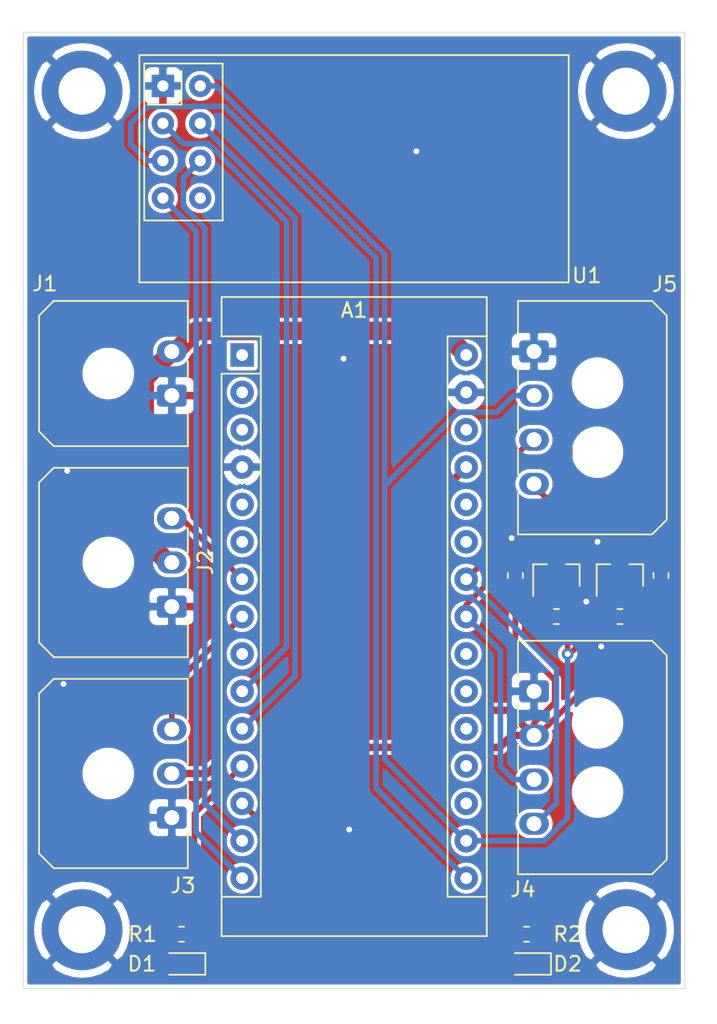
<source format=kicad_pcb>
(kicad_pcb (version 20171130) (host pcbnew "(5.1.5)-3")
  (layers (0 F.Cu signal) (31 B.Cu signal) (34 B.Paste user) (35 F.Paste user) (36 B.SilkS user) (37 F.SilkS user) (38 B.Mask user) (39 F.Mask user) (44 Edge.Cuts user))
  (net 0 "")
  (net 1 +3V3)
  (net 2 GND)
  (net 3 D4)
  (net 4 CE)
  (net 5 CSN)
  (net 6 D9)
  (net 7 D10)
  (net 8 MOSI)
  (net 9 VCC)
  (net 10 MISO)
  (net 11 SCK)
  (net 12 "Net-(D1-Pad2)")
  (net 13 "Net-(D2-Pad2)")
  (net 14 SDA)
  (net 15 D5)
  (net 16 SCL)
  (net 17 +5V)
  (net 18 "Net-(J5-Pad4)")
  (net 19 "Net-(J5-Pad3)")
  (module Module:Arduino_Nano (layer F.Cu) (at 74.89 106.934)
    (fp_text reference A1 (at 7.62 -3.048) (layer F.SilkS))
    (fp_text value Arduino_Nano_v3.x)
    (fp_line (start 1.27 1.27) (end 1.27 -1.27) (layer F.SilkS) (width 0.12))
    (fp_line (start 1.27 -1.27) (end -1.4 -1.27) (layer F.SilkS) (width 0.12))
    (fp_line (start -1.4 1.27) (end -1.4 39.5) (layer F.SilkS) (width 0.12))
    (fp_line (start -1.4 -3.94) (end -1.4 -1.27) (layer F.SilkS) (width 0.12))
    (fp_line (start 13.97 -1.27) (end 16.64 -1.27) (layer F.SilkS) (width 0.12))
    (fp_line (start 13.97 -1.27) (end 13.97 36.83) (layer F.SilkS) (width 0.12))
    (fp_line (start 13.97 36.83) (end 16.64 36.83) (layer F.SilkS) (width 0.12))
    (fp_line (start 1.27 1.27) (end -1.4 1.27) (layer F.SilkS) (width 0.12))
    (fp_line (start 1.27 1.27) (end 1.27 36.83) (layer F.SilkS) (width 0.12))
    (fp_line (start 1.27 36.83) (end -1.4 36.83) (layer F.SilkS) (width 0.12))
    (fp_line (start -1.4 39.5) (end 16.64 39.5) (layer F.SilkS) (width 0.12))
    (fp_line (start 16.64 39.5) (end 16.64 -3.94) (layer F.SilkS) (width 0.12))
    (fp_line (start 16.64 -3.94) (end -1.4 -3.94) (layer F.SilkS) (width 0.12))
    (pad 1 thru_hole rect (at 0 0) (size 1.6 1.6) (drill 0.8) (layers *.Cu *.Mask))
    (pad 17 thru_hole oval (at 15.24 33.02) (size 1.6 1.6) (drill 0.8) (layers *.Cu *.Mask) (net 1 +3V3))
    (pad 2 thru_hole oval (at 0 2.54) (size 1.6 1.6) (drill 0.8) (layers *.Cu *.Mask))
    (pad 18 thru_hole oval (at 15.24 30.48) (size 1.6 1.6) (drill 0.8) (layers *.Cu *.Mask))
    (pad 3 thru_hole oval (at 0 5.08) (size 1.6 1.6) (drill 0.8) (layers *.Cu *.Mask))
    (pad 19 thru_hole oval (at 15.24 27.94) (size 1.6 1.6) (drill 0.8) (layers *.Cu *.Mask))
    (pad 4 thru_hole oval (at 0 7.62) (size 1.6 1.6) (drill 0.8) (layers *.Cu *.Mask) (net 2 GND))
    (pad 20 thru_hole oval (at 15.24 25.4) (size 1.6 1.6) (drill 0.8) (layers *.Cu *.Mask))
    (pad 5 thru_hole oval (at 0 10.16) (size 1.6 1.6) (drill 0.8) (layers *.Cu *.Mask))
    (pad 21 thru_hole oval (at 15.24 22.86) (size 1.6 1.6) (drill 0.8) (layers *.Cu *.Mask))
    (pad 6 thru_hole oval (at 0 12.7) (size 1.6 1.6) (drill 0.8) (layers *.Cu *.Mask))
    (pad 22 thru_hole oval (at 15.24 20.32) (size 1.6 1.6) (drill 0.8) (layers *.Cu *.Mask))
    (pad 7 thru_hole oval (at 0 15.24) (size 1.6 1.6) (drill 0.8) (layers *.Cu *.Mask) (net 3 D4))
    (pad 23 thru_hole oval (at 15.24 17.78) (size 1.6 1.6) (drill 0.8) (layers *.Cu *.Mask) (net 14 SDA))
    (pad 8 thru_hole oval (at 0 17.78) (size 1.6 1.6) (drill 0.8) (layers *.Cu *.Mask) (net 15 D5))
    (pad 24 thru_hole oval (at 15.24 15.24) (size 1.6 1.6) (drill 0.8) (layers *.Cu *.Mask) (net 16 SCL))
    (pad 9 thru_hole oval (at 0 20.32) (size 1.6 1.6) (drill 0.8) (layers *.Cu *.Mask))
    (pad 25 thru_hole oval (at 15.24 12.7) (size 1.6 1.6) (drill 0.8) (layers *.Cu *.Mask))
    (pad 10 thru_hole oval (at 0 22.86) (size 1.6 1.6) (drill 0.8) (layers *.Cu *.Mask) (net 4 CE))
    (pad 26 thru_hole oval (at 15.24 10.16) (size 1.6 1.6) (drill 0.8) (layers *.Cu *.Mask))
    (pad 11 thru_hole oval (at 0 25.4) (size 1.6 1.6) (drill 0.8) (layers *.Cu *.Mask) (net 5 CSN))
    (pad 27 thru_hole oval (at 15.24 7.62) (size 1.6 1.6) (drill 0.8) (layers *.Cu *.Mask) (net 17 +5V))
    (pad 12 thru_hole oval (at 0 27.94) (size 1.6 1.6) (drill 0.8) (layers *.Cu *.Mask) (net 6 D9))
    (pad 28 thru_hole oval (at 15.24 5.08) (size 1.6 1.6) (drill 0.8) (layers *.Cu *.Mask))
    (pad 13 thru_hole oval (at 0 30.48) (size 1.6 1.6) (drill 0.8) (layers *.Cu *.Mask) (net 7 D10))
    (pad 29 thru_hole oval (at 15.24 2.54) (size 1.6 1.6) (drill 0.8) (layers *.Cu *.Mask) (net 2 GND))
    (pad 14 thru_hole oval (at 0 33.02) (size 1.6 1.6) (drill 0.8) (layers *.Cu *.Mask) (net 8 MOSI))
    (pad 30 thru_hole oval (at 15.24 0) (size 1.6 1.6) (drill 0.8) (layers *.Cu *.Mask) (net 9 VCC))
    (pad 15 thru_hole oval (at 0 35.56) (size 1.6 1.6) (drill 0.8) (layers *.Cu *.Mask) (net 10 MISO))
    (pad 16 thru_hole oval (at 15.24 35.56) (size 1.6 1.6) (drill 0.8) (layers *.Cu *.Mask) (net 11 SCK))
  )
  (module LED_SMD:LED_0603_1608Metric_Pad1.05x0.95mm_HandSolder (layer F.Cu) (at 70.726 148.324 180)
    (fp_text reference D1 (at 2.654 0) (layer F.SilkS))
    (fp_text value R-LED)
    (fp_line (start 0.8 -0.735) (end -1.66 -0.735) (layer F.SilkS) (width 0.12))
    (fp_line (start -1.66 -0.735) (end -1.66 0.735) (layer F.SilkS) (width 0.12))
    (fp_line (start -1.66 0.735) (end 0.8 0.735) (layer F.SilkS) (width 0.12))
    (pad 1 smd roundrect (at -0.875 0 180) (size 1.05 0.95) (layers F.Cu F.Paste F.Mask) (net 2 GND))
    (pad 2 smd roundrect (at 0.875 0 180) (size 1.05 0.95) (layers F.Cu F.Paste F.Mask) (net 12 "Net-(D1-Pad2)"))
  )
  (module LED_SMD:LED_0603_1608Metric_Pad1.05x0.95mm_HandSolder (layer F.Cu) (at 94.234 148.324 180)
    (fp_text reference D2 (at -2.794 0) (layer F.SilkS))
    (fp_text value G-LED)
    (fp_line (start -1.66 0.735) (end 0.8 0.735) (layer F.SilkS) (width 0.12))
    (fp_line (start -1.66 -0.735) (end -1.66 0.735) (layer F.SilkS) (width 0.12))
    (fp_line (start 0.8 -0.735) (end -1.66 -0.735) (layer F.SilkS) (width 0.12))
    (pad 2 smd roundrect (at 0.875 0 180) (size 1.05 0.95) (layers F.Cu F.Paste F.Mask) (net 13 "Net-(D2-Pad2)"))
    (pad 1 smd roundrect (at -0.875 0 180) (size 1.05 0.95) (layers F.Cu F.Paste F.Mask) (net 2 GND))
  )
  (module MountingHole:MountingHole_3.2mm_M3_ISO14580_Pad (layer F.Cu) (at 64 146)
    (fp_text reference H1 hide)
    (fp_text value MountingHole_Pad)
    (pad 1 thru_hole circle (at 0 0) (size 5.5 5.5) (drill 3.2) (layers *.Cu *.Mask) (net 2 GND))
  )
  (module MountingHole:MountingHole_3.2mm_M3_ISO14580_Pad (layer F.Cu) (at 64 89)
    (fp_text reference H2 hide)
    (fp_text value MountingHole_Pad)
    (pad 1 thru_hole circle (at 0 0) (size 5.5 5.5) (drill 3.2) (layers *.Cu *.Mask) (net 2 GND))
  )
  (module MountingHole:MountingHole_3.2mm_M3_ISO14580_Pad (layer F.Cu) (at 101 89)
    (fp_text reference H3 hide)
    (fp_text value MountingHole_Pad)
    (pad 1 thru_hole circle (at 0 0) (size 5.5 5.5) (drill 3.2) (layers *.Cu *.Mask) (net 2 GND))
  )
  (module MountingHole:MountingHole_3.2mm_M3_ISO14580_Pad (layer F.Cu) (at 101 146)
    (fp_text reference H4 hide)
    (fp_text value MountingHole_Pad)
    (pad 1 thru_hole circle (at 0 0) (size 5.5 5.5) (drill 3.2) (layers *.Cu *.Mask) (net 2 GND))
  )
  (module Connector_Molex:Molex_Micro-Fit_3.0_43650-0200_1x02_P3.00mm_Horizontal (layer F.Cu) (at 70.104 109.694 90)
    (fp_text reference J1 (at 7.606 -8.636 180) (layer F.SilkS))
    (fp_text value Conn_01x02)
    (fp_line (start -3.435 1.09) (end -3.435 -8.03) (layer F.SilkS) (width 0.12))
    (fp_line (start -3.435 -8.03) (end -2.435 -9.03) (layer F.SilkS) (width 0.12))
    (fp_line (start -2.435 -9.03) (end 5.435 -9.03) (layer F.SilkS) (width 0.12))
    (fp_line (start 5.435 -9.03) (end 6.435 -8.03) (layer F.SilkS) (width 0.12))
    (fp_line (start 6.435 -8.03) (end 6.435 1.09) (layer F.SilkS) (width 0.12))
    (fp_line (start -3.435 1.09) (end -1.01 1.09) (layer F.SilkS) (width 0.12))
    (fp_line (start 6.435 1.09) (end 3.651767 1.09) (layer F.SilkS) (width 0.12))
    (fp_line (start 1.01 1.09) (end 2.348233 1.09) (layer F.SilkS) (width 0.12))
    (pad "" np_thru_hole circle (at 1.5 -4.32 90) (size 3 3) (drill 3) (layers *.Cu *.Mask))
    (pad 1 thru_hole roundrect (at 0 0 90) (size 1.5 2.02) (drill 1.02) (layers *.Cu *.Mask) (roundrect_rratio 0.166667) (net 2 GND))
    (pad 2 thru_hole oval (at 3 0 90) (size 1.5 2.02) (drill 1.02) (layers *.Cu *.Mask) (net 9 VCC))
  )
  (module Resistor_SMD:R_0603_1608Metric_Pad1.05x0.95mm_HandSolder (layer F.Cu) (at 70.771 146.304)
    (fp_text reference R1 (at -2.654 0) (layer F.SilkS))
    (fp_text value "220 ohm")
    (fp_line (start -0.171267 -0.51) (end 0.171267 -0.51) (layer F.SilkS) (width 0.12))
    (fp_line (start -0.171267 0.51) (end 0.171267 0.51) (layer F.SilkS) (width 0.12))
    (pad 1 smd roundrect (at -0.875 0) (size 1.05 0.95) (layers F.Cu F.Paste F.Mask) (net 12 "Net-(D1-Pad2)"))
    (pad 2 smd roundrect (at 0.875 0) (size 1.05 0.95) (layers F.Cu F.Paste F.Mask) (net 6 D9))
  )
  (module RF_Module:nRF24L01_Breakout (layer F.Cu) (at 69.5 88.646)
    (fp_text reference U1 (at 28.829 12.885) (layer F.SilkS))
    (fp_text value NRF24L01_Breakout)
    (fp_line (start -1.27 -1.524) (end 4.064 -1.524) (layer F.SilkS) (width 0.12))
    (fp_line (start 4.064 -1.524) (end 4.064 9.144) (layer F.SilkS) (width 0.12))
    (fp_line (start 4.064 9.144) (end -1.27 9.144) (layer F.SilkS) (width 0.12))
    (fp_line (start -1.27 9.144) (end -1.27 9.144) (layer F.SilkS) (width 0.12))
    (fp_line (start 1.27 -1.016) (end 1.27 1.27) (layer F.SilkS) (width 0.12))
    (fp_line (start 1.27 1.27) (end -1.016 1.27) (layer F.SilkS) (width 0.12))
    (fp_line (start -1.016 1.27) (end -1.016 1.27) (layer F.SilkS) (width 0.12))
    (fp_line (start -1.6 -2.1) (end 27.6 -2.1) (layer F.SilkS) (width 0.12))
    (fp_line (start 27.6 -2.1) (end 27.6 13.35) (layer F.SilkS) (width 0.12))
    (fp_line (start 27.6 13.35) (end -1.6 13.35) (layer F.SilkS) (width 0.12))
    (fp_line (start -1.6 13.35) (end -1.6 -2.1) (layer F.SilkS) (width 0.12))
    (fp_line (start -1.6 -2.1) (end -1.6 -2.1) (layer F.SilkS) (width 0.12))
    (fp_line (start -1.27 9.144) (end -1.27 -1.524) (layer F.SilkS) (width 0.12))
    (fp_line (start -1.27 -1.524) (end -1.27 -1.524) (layer F.SilkS) (width 0.12))
    (pad 1 thru_hole rect (at 0 0) (size 1.524 1.524) (drill 0.762) (layers *.Cu *.Mask) (net 2 GND))
    (pad 2 thru_hole circle (at 2.54 0) (size 1.524 1.524) (drill 0.762) (layers *.Cu *.Mask) (net 1 +3V3))
    (pad 3 thru_hole circle (at 0 2.54) (size 1.524 1.524) (drill 0.762) (layers *.Cu *.Mask) (net 4 CE))
    (pad 4 thru_hole circle (at 2.54 2.54) (size 1.524 1.524) (drill 0.762) (layers *.Cu *.Mask) (net 5 CSN))
    (pad 5 thru_hole circle (at 0 5.08) (size 1.524 1.524) (drill 0.762) (layers *.Cu *.Mask) (net 11 SCK))
    (pad 6 thru_hole circle (at 2.54 5.08) (size 1.524 1.524) (drill 0.762) (layers *.Cu *.Mask) (net 8 MOSI))
    (pad 7 thru_hole circle (at 0 7.62) (size 1.524 1.524) (drill 0.762) (layers *.Cu *.Mask) (net 10 MISO))
    (pad 8 thru_hole circle (at 2.54 7.62) (size 1.524 1.524) (drill 0.762) (layers *.Cu *.Mask))
  )
  (module Resistor_SMD:R_0603_1608Metric_Pad1.05x0.95mm_HandSolder (layer F.Cu) (at 94.234 146.304)
    (fp_text reference R2 (at 2.794 0) (layer F.SilkS))
    (fp_text value "220 ohm")
    (fp_line (start -0.171267 -0.51) (end 0.171267 -0.51) (layer F.SilkS) (width 0.12))
    (fp_line (start -0.171267 0.51) (end 0.171267 0.51) (layer F.SilkS) (width 0.12))
    (pad 1 smd roundrect (at -0.875 0) (size 1.05 0.95) (layers F.Cu F.Paste F.Mask) (net 13 "Net-(D2-Pad2)"))
    (pad 2 smd roundrect (at 0.875 0) (size 1.05 0.95) (layers F.Cu F.Paste F.Mask) (net 7 D10))
  )
  (module Connector_Molex:Molex_Micro-Fit_3.0_43650-0300_1x03_P3.00mm_Horizontal (layer F.Cu) (at 70.104 124.038 90)
    (fp_text reference J2 (at 3 2.286 90) (layer F.SilkS))
    (fp_text value Conn_01x03)
    (fp_line (start -3.435 1.09) (end -3.435 -8.03) (layer F.SilkS) (width 0.12))
    (fp_line (start -3.435 -8.03) (end -2.435 -9.03) (layer F.SilkS) (width 0.12))
    (fp_line (start -2.435 -9.03) (end 8.435 -9.03) (layer F.SilkS) (width 0.12))
    (fp_line (start 8.435 -9.03) (end 9.435 -8.03) (layer F.SilkS) (width 0.12))
    (fp_line (start 9.435 -8.03) (end 9.435 1.09) (layer F.SilkS) (width 0.12))
    (fp_line (start -3.435 1.09) (end -1.01 1.09) (layer F.SilkS) (width 0.12))
    (fp_line (start 9.435 1.09) (end 6.651767 1.09) (layer F.SilkS) (width 0.12))
    (fp_line (start 1.01 1.09) (end 2.348233 1.09) (layer F.SilkS) (width 0.12))
    (fp_line (start 3.651767 1.09) (end 5.348233 1.09) (layer F.SilkS) (width 0.12))
    (pad "" np_thru_hole circle (at 3 -4.32 90) (size 3 3) (drill 3) (layers *.Cu *.Mask))
    (pad 1 thru_hole roundrect (at 0 0 90) (size 1.5 2.02) (drill 1.02) (layers *.Cu *.Mask) (roundrect_rratio 0.166667) (net 2 GND))
    (pad 2 thru_hole oval (at 3 0 90) (size 1.5 2.02) (drill 1.02) (layers *.Cu *.Mask) (net 9 VCC))
    (pad 3 thru_hole oval (at 6 0 90) (size 1.5 2.02) (drill 1.02) (layers *.Cu *.Mask) (net 3 D4))
  )
  (module Connector_Molex:Molex_Micro-Fit_3.0_43650-0300_1x03_P3.00mm_Horizontal (layer F.Cu) (at 70.104 138.382 90)
    (fp_text reference J3 (at -4.62 0.762 180) (layer F.SilkS))
    (fp_text value Conn_01x03)
    (fp_line (start 3.651767 1.09) (end 5.348233 1.09) (layer F.SilkS) (width 0.12))
    (fp_line (start 1.01 1.09) (end 2.348233 1.09) (layer F.SilkS) (width 0.12))
    (fp_line (start 9.435 1.09) (end 6.651767 1.09) (layer F.SilkS) (width 0.12))
    (fp_line (start -3.435 1.09) (end -1.01 1.09) (layer F.SilkS) (width 0.12))
    (fp_line (start 9.435 -8.03) (end 9.435 1.09) (layer F.SilkS) (width 0.12))
    (fp_line (start 8.435 -9.03) (end 9.435 -8.03) (layer F.SilkS) (width 0.12))
    (fp_line (start -2.435 -9.03) (end 8.435 -9.03) (layer F.SilkS) (width 0.12))
    (fp_line (start -3.435 -8.03) (end -2.435 -9.03) (layer F.SilkS) (width 0.12))
    (fp_line (start -3.435 1.09) (end -3.435 -8.03) (layer F.SilkS) (width 0.12))
    (pad 3 thru_hole oval (at 6 0 90) (size 1.5 2.02) (drill 1.02) (layers *.Cu *.Mask) (net 15 D5))
    (pad 2 thru_hole oval (at 3 0 90) (size 1.5 2.02) (drill 1.02) (layers *.Cu *.Mask) (net 17 +5V))
    (pad 1 thru_hole roundrect (at 0 0 90) (size 1.5 2.02) (drill 1.02) (layers *.Cu *.Mask) (roundrect_rratio 0.166667) (net 2 GND))
    (pad "" np_thru_hole circle (at 3 -4.32 90) (size 3 3) (drill 3) (layers *.Cu *.Mask))
  )
  (module Connector_Molex:Molex_Micro-Fit_3.0_43650-0400_1x04_P3.00mm_Horizontal (layer F.Cu) (at 94.742 129.794 270)
    (fp_text reference J4 (at 13.462 0.762 180) (layer F.SilkS))
    (fp_text value Conn_01x04)
    (fp_line (start -3.435 1.09) (end -3.435 -8.03) (layer F.SilkS) (width 0.12))
    (fp_line (start -3.435 -8.03) (end -2.435 -9.03) (layer F.SilkS) (width 0.12))
    (fp_line (start -2.435 -9.03) (end 11.435 -9.03) (layer F.SilkS) (width 0.12))
    (fp_line (start 11.435 -9.03) (end 12.435 -8.03) (layer F.SilkS) (width 0.12))
    (fp_line (start 12.435 -8.03) (end 12.435 1.09) (layer F.SilkS) (width 0.12))
    (fp_line (start -3.435 1.09) (end -1.01 1.09) (layer F.SilkS) (width 0.12))
    (fp_line (start 12.435 1.09) (end 9.651767 1.09) (layer F.SilkS) (width 0.12))
    (fp_line (start 1.01 1.09) (end 2.348233 1.09) (layer F.SilkS) (width 0.12))
    (fp_line (start 3.651767 1.09) (end 5.348233 1.09) (layer F.SilkS) (width 0.12))
    (fp_line (start 6.651767 1.09) (end 8.348233 1.09) (layer F.SilkS) (width 0.12))
    (pad "" np_thru_hole circle (at 2.15 -4.32 270) (size 3 3) (drill 3) (layers *.Cu *.Mask))
    (pad "" np_thru_hole circle (at 6.85 -4.32 270) (size 3 3) (drill 3) (layers *.Cu *.Mask))
    (pad 1 thru_hole roundrect (at 0 0 270) (size 1.5 2.02) (drill 1.02) (layers *.Cu *.Mask) (roundrect_rratio 0.166667) (net 2 GND))
    (pad 2 thru_hole oval (at 3 0 270) (size 1.5 2.02) (drill 1.02) (layers *.Cu *.Mask) (net 17 +5V))
    (pad 3 thru_hole oval (at 6 0 270) (size 1.5 2.02) (drill 1.02) (layers *.Cu *.Mask) (net 14 SDA))
    (pad 4 thru_hole oval (at 9 0 270) (size 1.5 2.02) (drill 1.02) (layers *.Cu *.Mask) (net 16 SCL))
  )
  (module Connector_Molex:Molex_Micro-Fit_3.0_43650-0400_1x04_P3.00mm_Horizontal (layer F.Cu) (at 94.742 106.694 270)
    (fp_text reference J5 (at -4.572 -8.89 180) (layer F.SilkS))
    (fp_text value Conn_01x04)
    (fp_line (start 6.651767 1.09) (end 8.348233 1.09) (layer F.SilkS) (width 0.12))
    (fp_line (start 3.651767 1.09) (end 5.348233 1.09) (layer F.SilkS) (width 0.12))
    (fp_line (start 1.01 1.09) (end 2.348233 1.09) (layer F.SilkS) (width 0.12))
    (fp_line (start 12.435 1.09) (end 9.651767 1.09) (layer F.SilkS) (width 0.12))
    (fp_line (start -3.435 1.09) (end -1.01 1.09) (layer F.SilkS) (width 0.12))
    (fp_line (start 12.435 -8.03) (end 12.435 1.09) (layer F.SilkS) (width 0.12))
    (fp_line (start 11.435 -9.03) (end 12.435 -8.03) (layer F.SilkS) (width 0.12))
    (fp_line (start -2.435 -9.03) (end 11.435 -9.03) (layer F.SilkS) (width 0.12))
    (fp_line (start -3.435 -8.03) (end -2.435 -9.03) (layer F.SilkS) (width 0.12))
    (fp_line (start -3.435 1.09) (end -3.435 -8.03) (layer F.SilkS) (width 0.12))
    (pad 4 thru_hole oval (at 9 0 270) (size 1.5 2.02) (drill 1.02) (layers *.Cu *.Mask) (net 18 "Net-(J5-Pad4)"))
    (pad 3 thru_hole oval (at 6 0 270) (size 1.5 2.02) (drill 1.02) (layers *.Cu *.Mask) (net 19 "Net-(J5-Pad3)"))
    (pad 2 thru_hole oval (at 3 0 270) (size 1.5 2.02) (drill 1.02) (layers *.Cu *.Mask) (net 1 +3V3))
    (pad 1 thru_hole roundrect (at 0 0 270) (size 1.5 2.02) (drill 1.02) (layers *.Cu *.Mask) (roundrect_rratio 0.166667) (net 2 GND))
    (pad "" np_thru_hole circle (at 6.85 -4.32 270) (size 3 3) (drill 3) (layers *.Cu *.Mask))
    (pad "" np_thru_hole circle (at 2.15 -4.32 270) (size 3 3) (drill 3) (layers *.Cu *.Mask))
  )
  (module Package_TO_SOT_SMD:SOT-23 (layer F.Cu) (at 96.266 121.92 90)
    (fp_text reference Q1)
    (fp_text value BSS138)
    (fp_line (start 0.76 1.58) (end 0.76 0.65) (layer F.SilkS) (width 0.12))
    (fp_line (start 0.76 -1.58) (end 0.76 -0.65) (layer F.SilkS) (width 0.12))
    (fp_line (start 0.76 -1.58) (end -1.4 -1.58) (layer F.SilkS) (width 0.12))
    (fp_line (start 0.76 1.58) (end -0.7 1.58) (layer F.SilkS) (width 0.12))
    (pad 1 smd rect (at -1 -0.95 90) (size 0.9 0.8) (layers F.Cu F.Paste F.Mask) (net 1 +3V3))
    (pad 2 smd rect (at -1 0.95 90) (size 0.9 0.8) (layers F.Cu F.Paste F.Mask) (net 19 "Net-(J5-Pad3)"))
    (pad 3 smd rect (at 1 0 90) (size 0.9 0.8) (layers F.Cu F.Paste F.Mask) (net 14 SDA))
  )
  (module Package_TO_SOT_SMD:SOT-23 (layer F.Cu) (at 100.584 121.92 90)
    (fp_text reference Q2)
    (fp_text value BSS138)
    (fp_line (start 0.76 1.58) (end -0.7 1.58) (layer F.SilkS) (width 0.12))
    (fp_line (start 0.76 -1.58) (end -1.4 -1.58) (layer F.SilkS) (width 0.12))
    (fp_line (start 0.76 -1.58) (end 0.76 -0.65) (layer F.SilkS) (width 0.12))
    (fp_line (start 0.76 1.58) (end 0.76 0.65) (layer F.SilkS) (width 0.12))
    (pad 3 smd rect (at 1 0 90) (size 0.9 0.8) (layers F.Cu F.Paste F.Mask) (net 16 SCL))
    (pad 2 smd rect (at -1 0.95 90) (size 0.9 0.8) (layers F.Cu F.Paste F.Mask) (net 18 "Net-(J5-Pad4)"))
    (pad 1 smd rect (at -1 -0.95 90) (size 0.9 0.8) (layers F.Cu F.Paste F.Mask) (net 1 +3V3))
  )
  (module Resistor_SMD:R_0603_1608Metric_Pad1.05x0.95mm_HandSolder (layer F.Cu) (at 93.472 121.92 90)
    (fp_text reference R3)
    (fp_text value "10 kOhm")
    (fp_line (start -0.171267 0.51) (end 0.171267 0.51) (layer F.SilkS) (width 0.12))
    (fp_line (start -0.171267 -0.51) (end 0.171267 -0.51) (layer F.SilkS) (width 0.12))
    (pad 2 smd roundrect (at 0.875 0 90) (size 1.05 0.95) (layers F.Cu F.Paste F.Mask) (net 14 SDA))
    (pad 1 smd roundrect (at -0.875 0 90) (size 1.05 0.95) (layers F.Cu F.Paste F.Mask) (net 17 +5V))
  )
  (module Resistor_SMD:R_0603_1608Metric_Pad1.05x0.95mm_HandSolder (layer F.Cu) (at 103.378 121.92 90)
    (fp_text reference R4)
    (fp_text value "10 kOhm")
    (fp_line (start -0.171267 0.51) (end 0.171267 0.51) (layer F.SilkS) (width 0.12))
    (fp_line (start -0.171267 -0.51) (end 0.171267 -0.51) (layer F.SilkS) (width 0.12))
    (pad 2 smd roundrect (at 0.875 0 90) (size 1.05 0.95) (layers F.Cu F.Paste F.Mask) (net 16 SCL))
    (pad 1 smd roundrect (at -0.875 0 90) (size 1.05 0.95) (layers F.Cu F.Paste F.Mask) (net 17 +5V))
  )
  (module Resistor_SMD:R_0603_1608Metric_Pad1.05x0.95mm_HandSolder (layer F.Cu) (at 96.266 124.714)
    (fp_text reference R5)
    (fp_text value "10 kOhm")
    (fp_line (start -0.171267 -0.51) (end 0.171267 -0.51) (layer F.SilkS) (width 0.12))
    (fp_line (start -0.171267 0.51) (end 0.171267 0.51) (layer F.SilkS) (width 0.12))
    (pad 1 smd roundrect (at -0.875 0) (size 1.05 0.95) (layers F.Cu F.Paste F.Mask) (net 1 +3V3))
    (pad 2 smd roundrect (at 0.875 0) (size 1.05 0.95) (layers F.Cu F.Paste F.Mask) (net 19 "Net-(J5-Pad3)"))
  )
  (module Resistor_SMD:R_0603_1608Metric_Pad1.05x0.95mm_HandSolder (layer F.Cu) (at 100.584 124.714)
    (fp_text reference R6)
    (fp_text value "10 kOhm")
    (fp_line (start -0.171267 -0.51) (end 0.171267 -0.51) (layer F.SilkS) (width 0.12))
    (fp_line (start -0.171267 0.51) (end 0.171267 0.51) (layer F.SilkS) (width 0.12))
    (pad 1 smd roundrect (at -0.875 0) (size 1.05 0.95) (layers F.Cu F.Paste F.Mask) (net 1 +3V3))
    (pad 2 smd roundrect (at 0.875 0) (size 1.05 0.95) (layers F.Cu F.Paste F.Mask) (net 18 "Net-(J5-Pad4)"))
  )
  (gr_line (start 60 85) (end 105 85) (layer Edge.Cuts) (width 0.05))
  (gr_line (start 105 150) (end 105 85) (layer Edge.Cuts) (width 0.05))
  (gr_line (start 60 150) (end 105 150) (layer Edge.Cuts) (width 0.05))
  (gr_line (start 60 85) (end 60 150) (layer Edge.Cuts) (width 0.05))
  (segment (start 84.582 134.406) (end 90.13 139.954) (width 0.381) (layer B.Cu) (net 1))
  (segment (start 72.04 88.646) (end 73.11763 88.646) (width 0.381) (layer B.Cu) (net 1))
  (segment (start 73.11763 88.646) (end 84.582 100.11037) (width 0.381) (layer B.Cu) (net 1))
  (segment (start 89.582501 110.823499) (end 84.582 115.824) (width 0.381) (layer B.Cu) (net 1))
  (segment (start 92.221501 110.823499) (end 89.582501 110.823499) (width 0.381) (layer B.Cu) (net 1))
  (segment (start 93.351 109.694) (end 92.221501 110.823499) (width 0.381) (layer B.Cu) (net 1))
  (segment (start 94.742 109.694) (end 93.351 109.694) (width 0.381) (layer B.Cu) (net 1))
  (segment (start 84.582 100.11037) (end 84.582 115.824) (width 0.381) (layer B.Cu) (net 1))
  (segment (start 84.582 115.824) (end 84.582 134.406) (width 0.381) (layer B.Cu) (net 1))
  (segment (start 95.316 124.639) (end 95.391 124.714) (width 0.381) (layer F.Cu) (net 1))
  (segment (start 95.316 122.92) (end 95.316 124.639) (width 0.381) (layer F.Cu) (net 1))
  (segment (start 99.634 124.639) (end 99.709 124.714) (width 0.381) (layer F.Cu) (net 1))
  (segment (start 99.634 122.92) (end 99.634 124.639) (width 0.381) (layer F.Cu) (net 1))
  (segment (start 95.454924 139.954) (end 97.028 138.380924) (width 0.381) (layer B.Cu) (net 1))
  (segment (start 90.13 139.954) (end 95.454924 139.954) (width 0.381) (layer B.Cu) (net 1))
  (segment (start 97.028 138.380924) (end 97.028 127.254) (width 0.381) (layer B.Cu) (net 1))
  (segment (start 97.028 127.254) (end 97.028 127.254) (width 0.381) (layer B.Cu) (net 1))
  (via (at 97.028 127.254) (size 0.8) (drill 0.4) (layers F.Cu B.Cu) (net 1))
  (segment (start 97.028 126.351) (end 95.391 124.714) (width 0.381) (layer F.Cu) (net 1))
  (segment (start 97.028 127.254) (end 97.028 126.351) (width 0.381) (layer F.Cu) (net 1))
  (segment (start 97.169 127.254) (end 99.709 124.714) (width 0.381) (layer F.Cu) (net 1))
  (segment (start 97.028 127.254) (end 97.169 127.254) (width 0.381) (layer F.Cu) (net 1))
  (via (at 81.788 107.188) (size 0.8) (drill 0.4) (layers F.Cu B.Cu) (net 2))
  (via (at 82.169 139.192) (size 0.8) (drill 0.4) (layers F.Cu B.Cu) (net 2))
  (via (at 86.741 93.091) (size 0.8) (drill 0.4) (layers F.Cu B.Cu) (net 2))
  (via (at 99.06 119.634) (size 0.8) (drill 0.4) (layers F.Cu B.Cu) (net 2))
  (via (at 93.218 119.38) (size 0.8) (drill 0.4) (layers F.Cu B.Cu) (net 2))
  (via (at 99.314 126.746) (size 0.8) (drill 0.4) (layers F.Cu B.Cu) (net 2))
  (via (at 98.298 123.698) (size 0.8) (drill 0.4) (layers F.Cu B.Cu) (net 2))
  (via (at 62.992 114.808) (size 0.8) (drill 0.4) (layers F.Cu B.Cu) (net 2))
  (via (at 62.738 129.286) (size 0.8) (drill 0.4) (layers F.Cu B.Cu) (net 2))
  (segment (start 70.754 118.038) (end 70.104 118.038) (width 0.381) (layer F.Cu) (net 3))
  (segment (start 74.89 122.174) (end 70.754 118.038) (width 0.381) (layer F.Cu) (net 3))
  (segment (start 77.90499 97.872662) (end 77.90499 126.77901) (width 0.381) (layer B.Cu) (net 4))
  (segment (start 72.605827 92.573499) (end 77.90499 97.872662) (width 0.381) (layer B.Cu) (net 4))
  (segment (start 77.90499 126.77901) (end 74.89 129.794) (width 0.381) (layer B.Cu) (net 4))
  (segment (start 69.5 91.186) (end 70.887499 92.573499) (width 0.381) (layer B.Cu) (net 4))
  (segment (start 70.887499 92.573499) (end 72.605827 92.573499) (width 0.381) (layer B.Cu) (net 4))
  (segment (start 72.04 91.186) (end 78.486 97.632) (width 0.381) (layer B.Cu) (net 5))
  (segment (start 78.486 128.738) (end 74.89 132.334) (width 0.381) (layer B.Cu) (net 5))
  (segment (start 78.486 97.632) (end 78.486 128.738) (width 0.381) (layer B.Cu) (net 5))
  (segment (start 71.646 138.118) (end 71.646 146.304) (width 0.381) (layer F.Cu) (net 6))
  (segment (start 74.89 134.874) (end 71.646 138.118) (width 0.381) (layer F.Cu) (net 6))
  (segment (start 74.89 137.414) (end 77.089 139.613) (width 0.381) (layer F.Cu) (net 7))
  (segment (start 77.089 139.613) (end 77.089 142.367) (width 0.381) (layer F.Cu) (net 7))
  (segment (start 94.772142 146.304) (end 93.121142 144.653) (width 0.381) (layer F.Cu) (net 7))
  (segment (start 95.109 146.304) (end 94.772142 146.304) (width 0.381) (layer F.Cu) (net 7))
  (segment (start 79.375 144.653) (end 77.089 142.367) (width 0.381) (layer F.Cu) (net 7))
  (segment (start 93.121142 144.653) (end 79.375 144.653) (width 0.381) (layer F.Cu) (net 7))
  (segment (start 70.887499 96.831827) (end 72.33952 98.283848) (width 0.381) (layer B.Cu) (net 8))
  (segment (start 72.04 93.726) (end 70.887499 94.878501) (width 0.381) (layer B.Cu) (net 8))
  (segment (start 70.887499 94.878501) (end 70.887499 96.831827) (width 0.381) (layer B.Cu) (net 8))
  (segment (start 72.33952 137.40352) (end 74.89 139.954) (width 0.381) (layer B.Cu) (net 8))
  (segment (start 72.33952 98.283848) (end 72.33952 137.40352) (width 0.381) (layer B.Cu) (net 8))
  (segment (start 69.844 121.038) (end 68.25899 119.45299) (width 1.27) (layer F.Cu) (net 9))
  (segment (start 68.25899 108.53901) (end 70.104 106.694) (width 1.27) (layer F.Cu) (net 9))
  (segment (start 68.25899 119.45299) (end 68.25899 108.53901) (width 1.27) (layer F.Cu) (net 9))
  (segment (start 70.104 121.038) (end 69.844 121.038) (width 1.27) (layer F.Cu) (net 9))
  (segment (start 89.330001 106.134001) (end 90.13 106.934) (width 1.27) (layer F.Cu) (net 9))
  (segment (start 88.494999 105.298999) (end 89.330001 106.134001) (width 1.27) (layer F.Cu) (net 9))
  (segment (start 71.759001 105.298999) (end 88.494999 105.298999) (width 1.27) (layer F.Cu) (net 9))
  (segment (start 70.364 106.694) (end 71.759001 105.298999) (width 1.27) (layer F.Cu) (net 9))
  (segment (start 70.104 106.694) (end 70.364 106.694) (width 1.27) (layer F.Cu) (net 9))
  (segment (start 74.090001 141.694001) (end 74.89 142.494) (width 0.381) (layer B.Cu) (net 10))
  (segment (start 71.75851 139.36251) (end 74.090001 141.694001) (width 0.381) (layer B.Cu) (net 10))
  (segment (start 71.75851 98.52451) (end 71.75851 139.36251) (width 0.381) (layer B.Cu) (net 10))
  (segment (start 69.5 96.266) (end 71.75851 98.52451) (width 0.381) (layer B.Cu) (net 10))
  (segment (start 73.683457 90.033499) (end 84.00099 100.351032) (width 0.381) (layer B.Cu) (net 11))
  (segment (start 68.42237 93.726) (end 67.31 92.61363) (width 0.381) (layer B.Cu) (net 11))
  (segment (start 84.00099 136.36499) (end 90.13 142.494) (width 0.381) (layer B.Cu) (net 11))
  (segment (start 69.5 93.726) (end 68.42237 93.726) (width 0.381) (layer B.Cu) (net 11))
  (segment (start 67.31 92.61363) (end 67.31 91.186) (width 0.381) (layer B.Cu) (net 11))
  (segment (start 84.00099 100.351032) (end 84.00099 136.36499) (width 0.381) (layer B.Cu) (net 11))
  (segment (start 67.31 91.186) (end 68.462501 90.033499) (width 0.381) (layer B.Cu) (net 11))
  (segment (start 68.462501 90.033499) (end 73.683457 90.033499) (width 0.381) (layer B.Cu) (net 11))
  (segment (start 69.896 148.279) (end 69.851 148.324) (width 0.381) (layer F.Cu) (net 12))
  (segment (start 69.896 146.304) (end 69.896 148.279) (width 0.381) (layer F.Cu) (net 12))
  (segment (start 93.359 146.304) (end 93.359 148.324) (width 0.381) (layer F.Cu) (net 13))
  (segment (start 93.351 135.794) (end 92.456 134.899) (width 0.381) (layer B.Cu) (net 14))
  (segment (start 94.742 135.794) (end 93.351 135.794) (width 0.381) (layer B.Cu) (net 14))
  (segment (start 92.456 127.04) (end 90.13 124.714) (width 0.381) (layer B.Cu) (net 14))
  (segment (start 92.456 134.899) (end 92.456 127.04) (width 0.381) (layer B.Cu) (net 14))
  (segment (start 96.141 121.045) (end 96.266 120.92) (width 0.381) (layer F.Cu) (net 14))
  (segment (start 93.472 121.045) (end 96.141 121.045) (width 0.381) (layer F.Cu) (net 14))
  (segment (start 92.997 121.045) (end 90.13 123.912) (width 0.381) (layer F.Cu) (net 14))
  (segment (start 90.13 123.912) (end 90.13 124.714) (width 0.381) (layer F.Cu) (net 14))
  (segment (start 93.472 121.045) (end 92.997 121.045) (width 0.381) (layer F.Cu) (net 14))
  (segment (start 70.104 129.5) (end 74.89 124.714) (width 0.381) (layer F.Cu) (net 15))
  (segment (start 70.104 132.382) (end 70.104 129.5) (width 0.381) (layer F.Cu) (net 15))
  (segment (start 94.742 138.794) (end 95.002 138.794) (width 0.381) (layer B.Cu) (net 16))
  (segment (start 103.253 120.92) (end 103.378 121.045) (width 0.381) (layer F.Cu) (net 16))
  (segment (start 100.584 120.92) (end 103.253 120.92) (width 0.381) (layer F.Cu) (net 16))
  (segment (start 94.742 138.794) (end 94.886 138.794) (width 0.381) (layer B.Cu) (net 16))
  (segment (start 94.886 138.794) (end 96.266 137.414) (width 0.381) (layer B.Cu) (net 16))
  (segment (start 96.266 137.414) (end 96.266 128.27) (width 0.381) (layer B.Cu) (net 16))
  (segment (start 90.13 122.174) (end 95.504 127.508) (width 0.381) (layer B.Cu) (net 16))
  (segment (start 96.266 128.27) (end 95.504 127.508) (width 0.381) (layer B.Cu) (net 16))
  (segment (start 90.13 122.174) (end 91.948 120.356) (width 0.381) (layer F.Cu) (net 16))
  (segment (start 91.948 113.03) (end 93.726 111.252) (width 0.381) (layer F.Cu) (net 16))
  (segment (start 97.171499 115.713499) (end 100.584 119.126) (width 0.381) (layer F.Cu) (net 16))
  (segment (start 91.948 120.356) (end 91.948 113.03) (width 0.381) (layer F.Cu) (net 16))
  (segment (start 100.584 119.126) (end 100.584 120.92) (width 0.381) (layer F.Cu) (net 16))
  (segment (start 93.726 111.252) (end 96.012 111.252) (width 0.381) (layer F.Cu) (net 16))
  (segment (start 97.171499 112.411499) (end 97.171499 115.713499) (width 0.381) (layer F.Cu) (net 16))
  (segment (start 96.012 111.252) (end 97.171499 112.411499) (width 0.381) (layer F.Cu) (net 16))
  (segment (start 72.526078 135.382) (end 74.304078 133.604) (width 0.508) (layer F.Cu) (net 17))
  (segment (start 70.104 135.382) (end 72.526078 135.382) (width 0.508) (layer F.Cu) (net 17))
  (segment (start 92.414 133.604) (end 74.304078 133.604) (width 0.508) (layer F.Cu) (net 17))
  (segment (start 93.224 132.794) (end 92.414 133.604) (width 0.508) (layer F.Cu) (net 17))
  (segment (start 94.742 132.794) (end 93.224 132.794) (width 0.508) (layer F.Cu) (net 17))
  (segment (start 94.694 132.794) (end 94.742 132.794) (width 0.508) (layer F.Cu) (net 17))
  (segment (start 92.979999 131.079999) (end 94.694 132.794) (width 0.508) (layer F.Cu) (net 17))
  (segment (start 88.875999 130.395921) (end 89.560077 131.079999) (width 0.508) (layer F.Cu) (net 17))
  (segment (start 89.560077 131.079999) (end 92.979999 131.079999) (width 0.508) (layer F.Cu) (net 17))
  (segment (start 89.330001 115.353999) (end 89.330001 115.393999) (width 0.508) (layer F.Cu) (net 17))
  (segment (start 90.13 114.554) (end 89.330001 115.353999) (width 0.508) (layer F.Cu) (net 17))
  (segment (start 89.330001 115.393999) (end 87.63 117.094) (width 0.508) (layer F.Cu) (net 17))
  (segment (start 87.63 129.149922) (end 89.560077 131.079999) (width 0.508) (layer F.Cu) (net 17))
  (segment (start 87.63 117.094) (end 87.63 129.149922) (width 0.508) (layer F.Cu) (net 17))
  (segment (start 103.378 123.32) (end 103.378 122.795) (width 0.381) (layer F.Cu) (net 17))
  (segment (start 103.378 124.418) (end 103.378 123.32) (width 0.381) (layer F.Cu) (net 17))
  (segment (start 95.002 132.794) (end 103.378 124.418) (width 0.381) (layer F.Cu) (net 17))
  (segment (start 94.742 132.794) (end 95.002 132.794) (width 0.381) (layer F.Cu) (net 17))
  (segment (start 93.472 126.35818) (end 93.472 122.795) (width 0.381) (layer F.Cu) (net 17))
  (segment (start 96.14251 129.02869) (end 93.472 126.35818) (width 0.381) (layer F.Cu) (net 17))
  (segment (start 96.14251 130.55931) (end 96.14251 129.02869) (width 0.381) (layer F.Cu) (net 17))
  (segment (start 94.742 132.794) (end 94.742 131.95982) (width 0.381) (layer F.Cu) (net 17))
  (segment (start 94.742 131.95982) (end 96.14251 130.55931) (width 0.381) (layer F.Cu) (net 17))
  (segment (start 101.459 122.995) (end 101.534 122.92) (width 0.381) (layer F.Cu) (net 18))
  (segment (start 101.459 124.714) (end 101.459 122.995) (width 0.381) (layer F.Cu) (net 18))
  (segment (start 101.534 122.87) (end 100.584 121.92) (width 0.381) (layer F.Cu) (net 18))
  (segment (start 101.534 122.92) (end 101.534 122.87) (width 0.381) (layer F.Cu) (net 18))
  (segment (start 97.79701 120.40301) (end 99.314 121.92) (width 0.381) (layer F.Cu) (net 18))
  (segment (start 97.79701 120.076436) (end 97.79701 120.40301) (width 0.381) (layer F.Cu) (net 18))
  (segment (start 97.79 120.069426) (end 97.79701 120.076436) (width 0.381) (layer F.Cu) (net 18))
  (segment (start 100.33 121.92) (end 100.031098 121.92) (width 0.381) (layer F.Cu) (net 18))
  (segment (start 100.584 121.92) (end 100.33 121.92) (width 0.381) (layer F.Cu) (net 18))
  (segment (start 94.742 115.694) (end 94.742 115.824) (width 0.381) (layer F.Cu) (net 18))
  (segment (start 94.742 115.824) (end 97.79 118.872) (width 0.381) (layer F.Cu) (net 18))
  (segment (start 99.314 121.92) (end 100.33 121.92) (width 0.381) (layer F.Cu) (net 18))
  (segment (start 97.79 118.872) (end 97.79 120.069426) (width 0.381) (layer F.Cu) (net 18))
  (segment (start 97.141 122.995) (end 97.216 122.92) (width 0.381) (layer F.Cu) (net 19))
  (segment (start 97.141 124.714) (end 97.141 122.995) (width 0.381) (layer F.Cu) (net 19))
  (segment (start 97.216 120.317098) (end 95.262902 118.364) (width 0.381) (layer F.Cu) (net 19))
  (segment (start 97.216 122.92) (end 97.216 120.317098) (width 0.381) (layer F.Cu) (net 19))
  (segment (start 95.262902 118.364) (end 95.25 118.364) (width 0.381) (layer F.Cu) (net 19))
  (segment (start 95.25 118.364) (end 92.964 116.078) (width 0.381) (layer F.Cu) (net 19))
  (segment (start 92.964 116.078) (end 92.964 114.3) (width 0.381) (layer F.Cu) (net 19))
  (segment (start 94.742 112.694) (end 94.57 112.694) (width 0.381) (layer F.Cu) (net 19))
  (segment (start 94.57 112.694) (end 92.964 114.3) (width 0.381) (layer F.Cu) (net 19))
  (zone (net 2) (net_name GND) (layer B.Cu) (connect_pads (clearance 0.254)) (min_thickness 0.254) (fill yes (arc_segments 32) (thermal_gap 0.508) (thermal_bridge_width 0.508))
    (polygon (pts (xy 107.188 152.4) (xy 58.42 152.4) (xy 58.42 82.804) (xy 107.188 82.804)))
  )
  (zone (net 2) (net_name GND) (layer F.Cu) (connect_pads (clearance 0.254)) (min_thickness 0.254) (fill yes (arc_segments 32) (thermal_gap 0.508) (thermal_bridge_width 0.508))
    (polygon (pts (xy 107.188 152.4) (xy 58.42 152.4) (xy 58.42 82.804) (xy 107.188 82.804)))
  )
)
</source>
